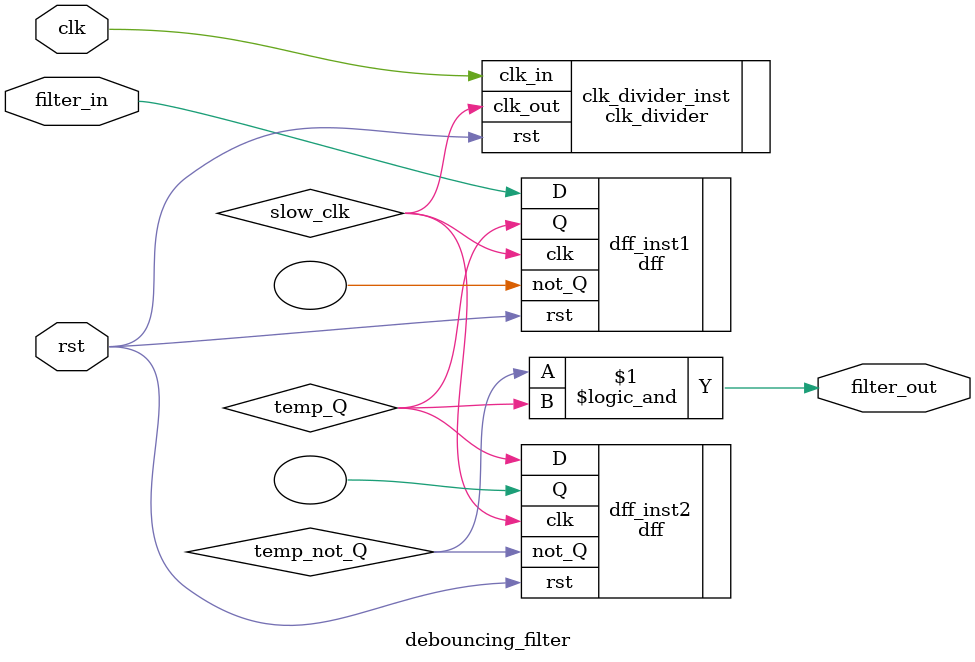
<source format=v>
module debouncing_filter(
    input filter_in,
    input rst,
    input clk,
    output filter_out
    );
    
    wire slow_clk;
    wire temp_Q;
    wire temp_not_Q;
    
    dff dff_inst1 (
        .clk(slow_clk),
        .rst(rst),
        .D(filter_in),
        .Q(temp_Q),
        .not_Q()
    );
    
    dff dff_inst2 (
        .clk(slow_clk),
        .rst(rst),
        .D(temp_Q),
        .Q(),
        .not_Q(temp_not_Q)
    );    
    
    clk_divider clk_divider_inst (
        .clk_in(clk),
        .rst(rst),
        .clk_out(slow_clk)
    );
    
//    always @(posedge clk or posedge rst) begin 
//        if (rst)
//            filter_out <= 0;
//        else 
//            filter_out <= temp_not_Q && temp_Q;
//    end    

    assign filter_out = temp_not_Q && temp_Q;
endmodule

</source>
